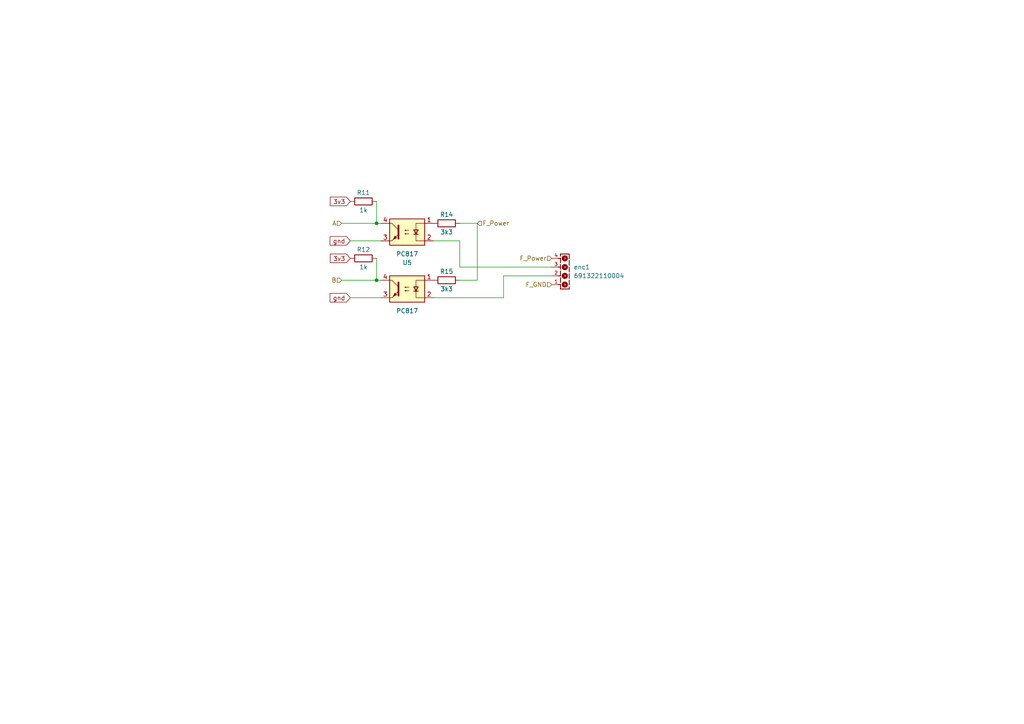
<source format=kicad_sch>
(kicad_sch (version 20231120) (generator "eeschema") (generator_version "8.0")
  (paper "A4")
  (lib_symbols
    (symbol "691322110004:691322110004" (pin_names (offset 1.016))
      (property "Reference" "J" (at -7.53 -1.205 0))
      (symbol "691322110004_0_0"
        (circle (center -5.08 -1.27) (radius 0.254) (stroke (width 0.635)))
        (circle (center -2.54 -1.27) (radius 0.254) (stroke (width 0.635)))
        (circle (center 0 -1.27) (radius 0.254) (stroke (width 0.635)))
        (polyline (pts (xy -6.35 -2.54) (xy -4.953 -2.54)) (stroke (width 0.254)))
        (polyline (pts (xy -6.35 -1.905) (xy -6.35 -2.54)) (stroke (width 0.254)))
        (polyline (pts (xy -6.35 0) (xy -6.35 -1.905)) (stroke (width 0.254)))
        (polyline (pts (xy -5.715 0) (xy -6.35 0)) (stroke (width 0.254)))
        (polyline (pts (xy -5.08 -3.175) (xy -5.08 -2.54)) (stroke (width 0.254)))
        (polyline (pts (xy -5.08 -1.27) (xy -5.08 -1.905)) (stroke (width 0.254)))
        (polyline (pts (xy -4.445 -2.54) (xy -3.048 -2.54)) (stroke (width 0.254)))
        (polyline (pts (xy -3.81 0) (xy -5.207 0)) (stroke (width 0.254)))
        (polyline (pts (xy -2.54 -3.175) (xy -2.54 -2.54)) (stroke (width 0.254)))
        (polyline (pts (xy -2.54 -2.54) (xy -1.143 -2.54)) (stroke (width 0.254)))
        (polyline (pts (xy -2.54 -1.27) (xy -2.54 -1.905)) (stroke (width 0.254)))
        (polyline (pts (xy -1.905 0) (xy -3.302 0)) (stroke (width 0.254)))
        (polyline (pts (xy -0.635 -2.54) (xy 0.762 -2.54)) (stroke (width 0.254)))
        (polyline (pts (xy 0 -3.175) (xy 0 -2.54)) (stroke (width 0.254)))
        (polyline (pts (xy 0 -1.27) (xy 0 -1.905)) (stroke (width 0.254)))
        (polyline (pts (xy 0 0) (xy -1.397 0)) (stroke (width 0.254)))
        (polyline (pts (xy 1.27 -2.54) (xy 2.667 -2.54)) (stroke (width 0.254)))
        (polyline (pts (xy 1.905 0) (xy 0.508 0)) (stroke (width 0.254)))
        (polyline (pts (xy 2.54 -3.175) (xy 2.54 -2.54)) (stroke (width 0.254)))
        (polyline (pts (xy 2.54 -1.27) (xy 2.54 -1.905)) (stroke (width 0.254)))
        (polyline (pts (xy 3.175 -2.54) (xy 3.81 -2.54)) (stroke (width 0.254)))
        (polyline (pts (xy 3.81 -2.54) (xy 3.81 -0.635)) (stroke (width 0.254)))
        (polyline (pts (xy 3.81 -0.635) (xy 3.81 0)) (stroke (width 0.254)))
        (polyline (pts (xy 3.81 0) (xy 2.413 0)) (stroke (width 0.254)))
        (circle (center 2.54 -1.27) (radius 0.254) (stroke (width 0.635)))
        (pin passive line (at -5.08 -5.08 90) (length 2.54) (name "~") (number "1"))
        (pin passive line (at -2.54 -5.08 90) (length 2.54) (name "~") (number "2"))
        (pin passive line (at 0 -5.08 90) (length 2.54) (name "~") (number "3"))
        (pin passive line (at 2.54 -5.08 90) (length 2.54) (name "~") (number "4"))
      )
    )
    (symbol "Device:R" (pin_numbers hide) (pin_names (offset 0))
      (property "Reference" "R" (at 2.032 0 90))
      (property "Value" "R" (at 0 0 90))
      (symbol "R_0_1"
        (rectangle (start -1.016 -2.54) (end 1.016 2.54) (stroke (width 0.254)))
      )
      (symbol "R_1_1"
        (pin passive line (at 0 3.81 270) (length 1.27) (name "~") (number "1"))
        (pin passive line (at 0 -3.81 90) (length 1.27) (name "~") (number "2"))
      )
    )
    (symbol "Isolator:PC817" (pin_names (offset 1.016))
      (property "Reference" "U" (at -5.08 5.08 0))
      (property "Value" "PC817" (at 0 5.08 0))
      (symbol "PC817_0_1"
        (rectangle (start -5.08 3.81) (end 5.08 -3.81) (stroke (width 0.254)) (fill (type background)))
        (polyline (pts (xy -3.175 -0.635) (xy -1.905 -0.635)) (stroke (width 0.254)))
        (polyline (pts (xy 2.54 0.635) (xy 4.445 2.54)))
        (polyline (pts (xy 4.445 -2.54) (xy 2.54 -0.635)) (fill (type outline)))
        (polyline (pts (xy 4.445 -2.54) (xy 5.08 -2.54)))
        (polyline (pts (xy 4.445 2.54) (xy 5.08 2.54)))
        (polyline (pts (xy -5.08 2.54) (xy -2.54 2.54) (xy -2.54 -0.635)))
        (polyline (pts (xy -2.54 -0.635) (xy -2.54 -2.54) (xy -5.08 -2.54)))
        (polyline (pts (xy 2.54 1.905) (xy 2.54 -1.905) (xy 2.54 -1.905)) (stroke (width 0.508)))
        (polyline (pts (xy -2.54 -0.635) (xy -3.175 0.635) (xy -1.905 0.635) (xy -2.54 -0.635)) (stroke (width 0.254)))
        (polyline (pts (xy -0.508 -0.508) (xy 0.762 -0.508) (xy 0.381 -0.635) (xy 0.381 -0.381) (xy 0.762 -0.508)))
        (polyline (pts (xy -0.508 0.508) (xy 0.762 0.508) (xy 0.381 0.381) (xy 0.381 0.635) (xy 0.762 0.508)))
        (polyline (pts (xy 3.048 -1.651) (xy 3.556 -1.143) (xy 4.064 -2.159) (xy 3.048 -1.651) (xy 3.048 -1.651)) (fill (type outline)))
      )
      (symbol "PC817_1_1"
        (pin passive line (at -7.62 2.54 0) (length 2.54) (name "~") (number "1"))
        (pin passive line (at -7.62 -2.54 0) (length 2.54) (name "~") (number "2"))
        (pin passive line (at 7.62 -2.54 180) (length 2.54) (name "~") (number "3"))
        (pin passive line (at 7.62 2.54 180) (length 2.54) (name "~") (number "4"))
      )
    )
  )
  (junction (at 109.22 81.28))
  (junction (at 109.22 64.77))
  (wire (pts (xy 99.06 81.28) (xy 109.22 81.28)))
  (wire (pts (xy 133.35 69.85) (xy 133.35 77.47)))
  (wire (pts (xy 138.43 81.28) (xy 138.43 64.77)))
  (wire (pts (xy 146.05 80.01) (xy 146.05 86.36)))
  (wire (pts (xy 125.73 69.85) (xy 133.35 69.85)))
  (wire (pts (xy 146.05 80.01) (xy 160.02 80.01)))
  (wire (pts (xy 109.22 58.42) (xy 109.22 64.77)))
  (wire (pts (xy 110.49 69.85) (xy 101.6 69.85)))
  (wire (pts (xy 109.22 81.28) (xy 110.49 81.28)))
  (wire (pts (xy 133.35 81.28) (xy 138.43 81.28)))
  (wire (pts (xy 109.22 64.77) (xy 110.49 64.77)))
  (wire (pts (xy 109.22 74.93) (xy 109.22 81.28)))
  (wire (pts (xy 138.43 64.77) (xy 133.35 64.77)))
  (wire (pts (xy 146.05 86.36) (xy 125.73 86.36)))
  (wire (pts (xy 110.49 86.36) (xy 101.6 86.36)))
  (wire (pts (xy 99.06 64.77) (xy 109.22 64.77)))
  (wire (pts (xy 133.35 77.47) (xy 160.02 77.47)))
  (global_label "3v3" (shape input) (at 101.6 74.93 180) (property "Intersheetrefs" "${INTERSHEET_REFS}" (effects (hide yes))))
  (global_label "gnd" (shape input) (at 101.6 86.36 180) (property "Intersheetrefs" "${INTERSHEET_REFS}" (effects (hide yes))))
  (global_label "gnd" (shape input) (at 101.6 69.85 180) (property "Intersheetrefs" "${INTERSHEET_REFS}" (effects (hide yes))))
  (global_label "3v3" (shape input) (at 101.6 58.42 180) (property "Intersheetrefs" "${INTERSHEET_REFS}" (effects (hide yes))))
  (hierarchical_label "A" (shape input) (at 99.06 64.77 180))
  (hierarchical_label "F_GND" (shape input) (at 160.02 82.55 180))
  (hierarchical_label "F_Power" (shape input) (at 160.02 74.93 180))
  (hierarchical_label "F_Power" (shape input) (at 138.43 64.77 0))
  (hierarchical_label "B" (shape input) (at 99.06 81.28 180))
  (symbol (lib_id "691322110004:691322110004") (at 165.1 77.47 270) (mirror x) (unit 1)
    (property "Reference" "enc1" (at 166.37 77.4699 90) (effects (justify left)))
    (property "Value" "691322110004" (at 166.37 80.0099 90) (effects (justify left)))
    (property "Footprint" "kicad-lbr:691322110004" (effects (hide yes)))
    (property "MF" "Würth Elektronik" (effects (hide yes)))
    (property "Description_1" "\n3221; 3.5mm Pitch Straight Pluggable Term Block, PCB Header, Through Hole, 4 Way | Wurth Electronics 691322110004\n" (effects (hide yes)))
    (property "Package" "None" (effects (hide yes)))
    (property "Purchase-URL" "https://www.snapeda.com/api/url_track_click_mouser/?unipart_id=4804943&manufacturer=Würth Elektronik&part_name=691322110004&search_term=None" (effects (hide yes)))
    (property "MOUNT" "THT" (effects (hide yes)))
    (property "IR-VDE" "10.5A" (effects (hide yes)))
    (property "IR-UL" "10A" (effects (hide yes)))
    (property "VALUE" "691322110004" (effects (hide yes)))
    (property "Availability" "In Stock" (effects (hide yes)))
    (property "WORKING-VOLTAGE-UL" "300V (AC)" (effects (hide yes)))
    (property "PART-NUMBER" "691322110004" (effects (hide yes)))
    (property "SnapEDA_Link" "https://www.snapeda.com/parts/691322110004/Wurth+Elektronik/view-part/?ref=snap" (effects (hide yes)))
    (property "DATASHEET-URL" "https://www.we-online.com/redexpert/spec/691322110004?ae" (effects (hide yes)))
    (property "MP" "691322110004" (effects (hide yes)))
    (property "PITCH" "3.5mm" (effects (hide yes)))
    (property "PINS" "4" (effects (hide yes)))
    (property "WORKING-VOLTAGE-VDE" "300V (AC)" (effects (hide yes)))
    (property "TYPE" "Horizontal" (effects (hide yes)))
    (property "Price" "None" (effects (hide yes)))
    (property "Check_prices" "https://www.snapeda.com/parts/691322110004/Wurth+Elektronik/view-part/?ref=eda" (effects (hide yes)))
    (instances (project "rio-motoman" (path "" (reference "enc1") (unit 1)) (path "" (reference "enc4") (unit 1)) (path "" (reference "enc5") (unit 1)) (path "" (reference "enc0") (unit 1)) (path "" (reference "enc3") (unit 1)) (path "" (reference "enc2") (unit 1))))
  )
  (symbol (lib_id "Device:R") (at 105.41 58.42 90) (unit 1)
    (property "Reference" "R11" (at 105.41 55.88 90))
    (property "Value" "1k" (at 105.41 60.96 90))
    (property "Footprint" "Resistor_SMD:R_1206_3216Metric" (effects (hide yes)))
    (instances (project "rio-motoman" (path "" (reference "R11") (unit 1)) (path "" (reference "R48") (unit 1)) (path "" (reference "R54") (unit 1)) (path "" (reference "R1") (unit 1)) (path "" (reference "R39") (unit 1)) (path "" (reference "R33") (unit 1))))
  )
  (symbol (lib_id "Device:R") (at 129.54 81.28 90) (unit 1)
    (property "Reference" "R15" (at 129.54 78.74 90))
    (property "Value" "3k3" (at 129.54 83.82 90))
    (property "Footprint" "Resistor_SMD:R_1206_3216Metric" (effects (hide yes)))
    (instances (project "rio-motoman" (path "" (reference "R15") (unit 1)) (path "" (reference "R52") (unit 1)) (path "" (reference "R58") (unit 1)) (path "" (reference "R9") (unit 1)) (path "" (reference "R43") (unit 1)) (path "" (reference "R37") (unit 1))))
  )
  (symbol (lib_id "Isolator:PC817") (at 118.11 67.31 0) (mirror y) (unit 1)
    (property "Reference" "U5" (at 118.11 76.2 0))
    (property "Value" "PC817" (at 118.11 73.66 0))
    (property "Footprint" "Package_DIP:DIP-4_W7.62mm" (effects (hide yes)))
    (property "Datasheet" "http://www.soselectronic.cz/a_info/resource/d/pc817.pdf" (effects (hide yes)))
    (instances (project "rio-motoman" (path "" (reference "U5") (unit 1)) (path "" (reference "U17") (unit 1)) (path "" (reference "U20") (unit 1)) (path "" (reference "U1") (unit 1)) (path "" (reference "U14") (unit 1)) (path "" (reference "U8") (unit 1))))
  )
  (symbol (lib_id "Isolator:PC817") (at 118.11 83.82 0) (mirror y) (unit 1)
    (property "Reference" "U6" (effects (hide yes)))
    (property "Value" "PC817" (at 118.11 90.17 0))
    (property "Footprint" "Package_DIP:DIP-4_W7.62mm" (effects (hide yes)))
    (property "Datasheet" "http://www.soselectronic.cz/a_info/resource/d/pc817.pdf" (effects (hide yes)))
    (instances (project "rio-motoman" (path "" (reference "U6") (unit 1)) (path "" (reference "U18") (unit 1)) (path "" (reference "U21") (unit 1)) (path "" (reference "U3") (unit 1)) (path "" (reference "U15") (unit 1)) (path "" (reference "U9") (unit 1))))
  )
  (symbol (lib_id "Device:R") (at 105.41 74.93 90) (unit 1)
    (property "Reference" "R12" (at 105.41 72.39 90))
    (property "Value" "1k" (at 105.41 77.47 90))
    (property "Footprint" "Resistor_SMD:R_1206_3216Metric" (effects (hide yes)))
    (instances (project "rio-motoman" (path "" (reference "R12") (unit 1)) (path "" (reference "R49") (unit 1)) (path "" (reference "R55") (unit 1)) (path "" (reference "R6") (unit 1)) (path "" (reference "R40") (unit 1)) (path "" (reference "R34") (unit 1))))
  )
  (symbol (lib_id "Device:R") (at 129.54 64.77 90) (unit 1)
    (property "Reference" "R14" (at 129.54 62.23 90))
    (property "Value" "3k3" (at 129.54 67.31 90))
    (property "Footprint" "Resistor_SMD:R_1206_3216Metric" (effects (hide yes)))
    (instances (project "rio-motoman" (path "" (reference "R14") (unit 1)) (path "" (reference "R51") (unit 1)) (path "" (reference "R57") (unit 1)) (path "" (reference "R8") (unit 1)) (path "" (reference "R42") (unit 1)) (path "" (reference "R36") (unit 1))))
  )
)
</source>
